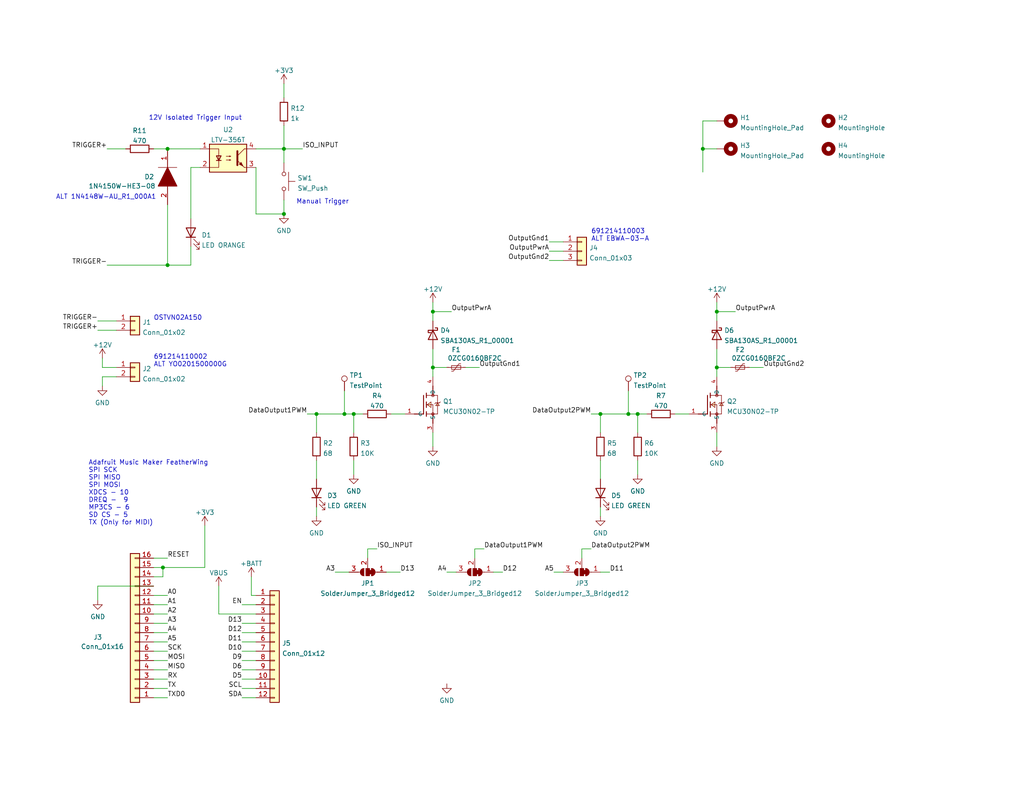
<source format=kicad_sch>
(kicad_sch (version 20211123) (generator eeschema)
  (paper "USLetter")
  (title_block (title "MiniSSO") (rev "1") (company "Department of Alchemy") (comment 1 "Designed by Jesse Peterson"))
  (lib_symbols
    (symbol "Connector:TestPoint" (pin_numbers hide) (pin_names (offset 0.762) hide)
      (property "Reference" "TP" (at 0 6.858 0))
      (property "Value" "TestPoint" (at 0 5.08 0))
      (symbol "TestPoint_0_1"
        (circle (center 0 3.302) (radius 0.762))
      )
      (symbol "TestPoint_1_1"
        (pin passive line (at 0 0 90) (length 2.54) (name "1") (number "1"))
      )
    )
    (symbol "Connector_Generic:Conn_01x02" (pin_names (offset 1.016) hide)
      (property "Reference" "J" (at 0 2.54 0))
      (property "Value" "Conn_01x02" (at 0 -5.08 0))
      (symbol "Conn_01x02_1_1"
        (rectangle (start -1.27 -2.413) (end 0 -2.667) (stroke (width 0.1524)))
        (rectangle (start -1.27 0.127) (end 0 -0.127) (stroke (width 0.1524)))
        (rectangle (start -1.27 1.27) (end 1.27 -3.81) (stroke (width 0.254)) (fill (type background)))
        (pin passive line (at -5.08 0 0) (length 3.81) (name "Pin_1") (number "1"))
        (pin passive line (at -5.08 -2.54 0) (length 3.81) (name "Pin_2") (number "2"))
      )
    )
    (symbol "Connector_Generic:Conn_01x03" (pin_names (offset 1.016) hide)
      (property "Reference" "J" (at 0 5.08 0))
      (property "Value" "Conn_01x03" (at 0 -5.08 0))
      (symbol "Conn_01x03_1_1"
        (rectangle (start -1.27 -2.413) (end 0 -2.667) (stroke (width 0.1524)))
        (rectangle (start -1.27 0.127) (end 0 -0.127) (stroke (width 0.1524)))
        (rectangle (start -1.27 2.667) (end 0 2.413) (stroke (width 0.1524)))
        (rectangle (start -1.27 3.81) (end 1.27 -3.81) (stroke (width 0.254)) (fill (type background)))
        (pin passive line (at -5.08 2.54 0) (length 3.81) (name "Pin_1") (number "1"))
        (pin passive line (at -5.08 0 0) (length 3.81) (name "Pin_2") (number "2"))
        (pin passive line (at -5.08 -2.54 0) (length 3.81) (name "Pin_3") (number "3"))
      )
    )
    (symbol "Connector_Generic:Conn_01x12" (pin_names (offset 1.016) hide)
      (property "Reference" "J" (at 0 15.24 0))
      (property "Value" "Conn_01x12" (at 0 -17.78 0))
      (symbol "Conn_01x12_1_1"
        (rectangle (start -1.27 -15.113) (end 0 -15.367) (stroke (width 0.1524)))
        (rectangle (start -1.27 -12.573) (end 0 -12.827) (stroke (width 0.1524)))
        (rectangle (start -1.27 -10.033) (end 0 -10.287) (stroke (width 0.1524)))
        (rectangle (start -1.27 -7.493) (end 0 -7.747) (stroke (width 0.1524)))
        (rectangle (start -1.27 -4.953) (end 0 -5.207) (stroke (width 0.1524)))
        (rectangle (start -1.27 -2.413) (end 0 -2.667) (stroke (width 0.1524)))
        (rectangle (start -1.27 0.127) (end 0 -0.127) (stroke (width 0.1524)))
        (rectangle (start -1.27 2.667) (end 0 2.413) (stroke (width 0.1524)))
        (rectangle (start -1.27 5.207) (end 0 4.953) (stroke (width 0.1524)))
        (rectangle (start -1.27 7.747) (end 0 7.493) (stroke (width 0.1524)))
        (rectangle (start -1.27 10.287) (end 0 10.033) (stroke (width 0.1524)))
        (rectangle (start -1.27 12.827) (end 0 12.573) (stroke (width 0.1524)))
        (rectangle (start -1.27 13.97) (end 1.27 -16.51) (stroke (width 0.254)) (fill (type background)))
        (pin passive line (at -5.08 12.7 0) (length 3.81) (name "Pin_1") (number "1"))
        (pin passive line (at -5.08 -10.16 0) (length 3.81) (name "Pin_10") (number "10"))
        (pin passive line (at -5.08 -12.7 0) (length 3.81) (name "Pin_11") (number "11"))
        (pin passive line (at -5.08 -15.24 0) (length 3.81) (name "Pin_12") (number "12"))
        (pin passive line (at -5.08 10.16 0) (length 3.81) (name "Pin_2") (number "2"))
        (pin passive line (at -5.08 7.62 0) (length 3.81) (name "Pin_3") (number "3"))
        (pin passive line (at -5.08 5.08 0) (length 3.81) (name "Pin_4") (number "4"))
        (pin passive line (at -5.08 2.54 0) (length 3.81) (name "Pin_5") (number "5"))
        (pin passive line (at -5.08 0 0) (length 3.81) (name "Pin_6") (number "6"))
        (pin passive line (at -5.08 -2.54 0) (length 3.81) (name "Pin_7") (number "7"))
        (pin passive line (at -5.08 -5.08 0) (length 3.81) (name "Pin_8") (number "8"))
        (pin passive line (at -5.08 -7.62 0) (length 3.81) (name "Pin_9") (number "9"))
      )
    )
    (symbol "Connector_Generic:Conn_01x16" (pin_names (offset 1.016) hide)
      (property "Reference" "J" (at 0 20.32 0))
      (property "Value" "Conn_01x16" (at 0 -22.86 0))
      (symbol "Conn_01x16_1_1"
        (rectangle (start -1.27 -20.193) (end 0 -20.447) (stroke (width 0.1524)))
        (rectangle (start -1.27 -17.653) (end 0 -17.907) (stroke (width 0.1524)))
        (rectangle (start -1.27 -15.113) (end 0 -15.367) (stroke (width 0.1524)))
        (rectangle (start -1.27 -12.573) (end 0 -12.827) (stroke (width 0.1524)))
        (rectangle (start -1.27 -10.033) (end 0 -10.287) (stroke (width 0.1524)))
        (rectangle (start -1.27 -7.493) (end 0 -7.747) (stroke (width 0.1524)))
        (rectangle (start -1.27 -4.953) (end 0 -5.207) (stroke (width 0.1524)))
        (rectangle (start -1.27 -2.413) (end 0 -2.667) (stroke (width 0.1524)))
        (rectangle (start -1.27 0.127) (end 0 -0.127) (stroke (width 0.1524)))
        (rectangle (start -1.27 2.667) (end 0 2.413) (stroke (width 0.1524)))
        (rectangle (start -1.27 5.207) (end 0 4.953) (stroke (width 0.1524)))
        (rectangle (start -1.27 7.747) (end 0 7.493) (stroke (width 0.1524)))
        (rectangle (start -1.27 10.287) (end 0 10.033) (stroke (width 0.1524)))
        (rectangle (start -1.27 12.827) (end 0 12.573) (stroke (width 0.1524)))
        (rectangle (start -1.27 15.367) (end 0 15.113) (stroke (width 0.1524)))
        (rectangle (start -1.27 17.907) (end 0 17.653) (stroke (width 0.1524)))
        (rectangle (start -1.27 19.05) (end 1.27 -21.59) (stroke (width 0.254)) (fill (type background)))
        (pin passive line (at -5.08 17.78 0) (length 3.81) (name "Pin_1") (number "1"))
        (pin passive line (at -5.08 -5.08 0) (length 3.81) (name "Pin_10") (number "10"))
        (pin passive line (at -5.08 -7.62 0) (length 3.81) (name "Pin_11") (number "11"))
        (pin passive line (at -5.08 -10.16 0) (length 3.81) (name "Pin_12") (number "12"))
        (pin passive line (at -5.08 -12.7 0) (length 3.81) (name "Pin_13") (number "13"))
        (pin passive line (at -5.08 -15.24 0) (length 3.81) (name "Pin_14") (number "14"))
        (pin passive line (at -5.08 -17.78 0) (length 3.81) (name "Pin_15") (number "15"))
        (pin passive line (at -5.08 -20.32 0) (length 3.81) (name "Pin_16") (number "16"))
        (pin passive line (at -5.08 15.24 0) (length 3.81) (name "Pin_2") (number "2"))
        (pin passive line (at -5.08 12.7 0) (length 3.81) (name "Pin_3") (number "3"))
        (pin passive line (at -5.08 10.16 0) (length 3.81) (name "Pin_4") (number "4"))
        (pin passive line (at -5.08 7.62 0) (length 3.81) (name "Pin_5") (number "5"))
        (pin passive line (at -5.08 5.08 0) (length 3.81) (name "Pin_6") (number "6"))
        (pin passive line (at -5.08 2.54 0) (length 3.81) (name "Pin_7") (number "7"))
        (pin passive line (at -5.08 0 0) (length 3.81) (name "Pin_8") (number "8"))
        (pin passive line (at -5.08 -2.54 0) (length 3.81) (name "Pin_9") (number "9"))
      )
    )
    (symbol "Device:D_Schottky" (pin_numbers hide) (pin_names (offset 1.016) hide)
      (property "Reference" "D" (at 0 2.54 0))
      (property "Value" "D_Schottky" (at 0 -2.54 0))
      (symbol "D_Schottky_0_1"
        (polyline (pts (xy 1.27 0) (xy -1.27 0)))
        (polyline (pts (xy 1.27 1.27) (xy 1.27 -1.27) (xy -1.27 0) (xy 1.27 1.27)) (stroke (width 0.254)))
        (polyline (pts (xy -1.905 0.635) (xy -1.905 1.27) (xy -1.27 1.27) (xy -1.27 -1.27) (xy -0.635 -1.27) (xy -0.635 -0.635)) (stroke (width 0.254)))
      )
      (symbol "D_Schottky_1_1"
        (pin passive line (at -3.81 0 0) (length 2.54) (name "K") (number "1"))
        (pin passive line (at 3.81 0 180) (length 2.54) (name "A") (number "2"))
      )
    )
    (symbol "Device:LED" (pin_numbers hide) (pin_names (offset 1.016) hide)
      (property "Reference" "D" (at 0 2.54 0))
      (property "Value" "LED" (at 0 -2.54 0))
      (symbol "LED_0_1"
        (polyline (pts (xy -1.27 -1.27) (xy -1.27 1.27)) (stroke (width 0.254)))
        (polyline (pts (xy -1.27 0) (xy 1.27 0)))
        (polyline (pts (xy 1.27 -1.27) (xy 1.27 1.27) (xy -1.27 0) (xy 1.27 -1.27)) (stroke (width 0.254)))
        (polyline (pts (xy -3.048 -0.762) (xy -4.572 -2.286) (xy -3.81 -2.286) (xy -4.572 -2.286) (xy -4.572 -1.524)))
        (polyline (pts (xy -1.778 -0.762) (xy -3.302 -2.286) (xy -2.54 -2.286) (xy -3.302 -2.286) (xy -3.302 -1.524)))
      )
      (symbol "LED_1_1"
        (pin passive line (at -3.81 0 0) (length 2.54) (name "K") (number "1"))
        (pin passive line (at 3.81 0 180) (length 2.54) (name "A") (number "2"))
      )
    )
    (symbol "Device:Polyfuse_Small" (pin_numbers hide) (pin_names (offset 0))
      (property "Reference" "F" (at -1.905 0 90))
      (property "Value" "Polyfuse_Small" (at 1.905 0 90))
      (symbol "Polyfuse_Small_0_1"
        (rectangle (start -0.508 1.27) (end 0.508 -1.27))
        (polyline (pts (xy 0 2.54) (xy 0 -2.54)))
        (polyline (pts (xy -1.016 1.27) (xy -1.016 0.762) (xy 1.016 -0.762) (xy 1.016 -1.27)))
      )
      (symbol "Polyfuse_Small_1_1"
        (pin passive line (at 0 2.54 270) (length 0.635) (name "~") (number "1"))
        (pin passive line (at 0 -2.54 90) (length 0.635) (name "~") (number "2"))
      )
    )
    (symbol "Device:R" (pin_numbers hide) (pin_names (offset 0))
      (property "Reference" "R" (at 2.032 0 90))
      (property "Value" "R" (at 0 0 90))
      (symbol "R_0_1"
        (rectangle (start -1.016 -2.54) (end 1.016 2.54) (stroke (width 0.254)))
      )
      (symbol "R_1_1"
        (pin passive line (at 0 3.81 270) (length 1.27) (name "~") (number "1"))
        (pin passive line (at 0 -3.81 90) (length 1.27) (name "~") (number "2"))
      )
    )
    (symbol "Isolator:LTV-356T" (pin_names (offset 1.016))
      (property "Reference" "U" (at -5.334 4.826 0))
      (property "Value" "LTV-356T" (at 0 5.08 0))
      (symbol "LTV-356T_0_1"
        (rectangle (start -5.08 3.81) (end 5.08 -3.81) (stroke (width 0.254)) (fill (type background)))
        (polyline (pts (xy -3.175 -0.635) (xy -1.905 -0.635)) (stroke (width 0.254)))
        (polyline (pts (xy 2.54 0.635) (xy 4.445 2.54)))
        (polyline (pts (xy 4.445 -2.54) (xy 2.54 -0.635)) (fill (type outline)))
        (polyline (pts (xy 4.445 -2.54) (xy 5.08 -2.54)))
        (polyline (pts (xy 4.445 2.54) (xy 5.08 2.54)))
        (polyline (pts (xy -5.08 2.54) (xy -2.54 2.54) (xy -2.54 -0.762)))
        (polyline (pts (xy -2.54 -0.635) (xy -2.54 -2.54) (xy -5.08 -2.54)))
        (polyline (pts (xy 2.54 1.905) (xy 2.54 -1.905) (xy 2.54 -1.905)) (stroke (width 0.508)))
        (polyline (pts (xy -2.54 -0.635) (xy -3.175 0.635) (xy -1.905 0.635) (xy -2.54 -0.635)) (stroke (width 0.254)))
        (polyline (pts (xy -0.508 -0.508) (xy 0.762 -0.508) (xy 0.381 -0.635) (xy 0.381 -0.381) (xy 0.762 -0.508)))
        (polyline (pts (xy -0.508 0.508) (xy 0.762 0.508) (xy 0.381 0.381) (xy 0.381 0.635) (xy 0.762 0.508)))
        (polyline (pts (xy 3.048 -1.651) (xy 3.556 -1.143) (xy 4.064 -2.159) (xy 3.048 -1.651) (xy 3.048 -1.651)) (fill (type outline)))
      )
      (symbol "LTV-356T_1_1"
        (pin passive line (at -7.62 2.54 0) (length 2.54) (name "~") (number "1"))
        (pin passive line (at -7.62 -2.54 0) (length 2.54) (name "~") (number "2"))
        (pin passive line (at 7.62 -2.54 180) (length 2.54) (name "~") (number "3"))
        (pin passive line (at 7.62 2.54 180) (length 2.54) (name "~") (number "4"))
      )
    )
    (symbol "Jumper:SolderJumper_3_Bridged12" (pin_names (offset 0) hide)
      (property "Reference" "JP" (at -2.54 -2.54 0))
      (property "Value" "SolderJumper_3_Bridged12" (at 0 2.794 0))
      (symbol "SolderJumper_3_Bridged12_0_1"
        (rectangle (start -1.016 0.508) (end -0.508 -0.508) (fill (type outline)))
        (arc (start -1.016 1.016) (mid -2.032 0) (end -1.016 -1.016))
        (arc (start -1.016 1.016) (mid -2.032 0) (end -1.016 -1.016) (fill (type outline)))
        (rectangle (start -0.508 1.016) (end 0.508 -1.016) (fill (type outline)))
        (polyline (pts (xy -2.54 0) (xy -2.032 0)))
        (polyline (pts (xy -1.016 1.016) (xy -1.016 -1.016)))
        (polyline (pts (xy 0 -1.27) (xy 0 -1.016)))
        (polyline (pts (xy 1.016 1.016) (xy 1.016 -1.016)))
        (polyline (pts (xy 2.54 0) (xy 2.032 0)))
        (arc (start 1.016 -1.016) (mid 2.032 0) (end 1.016 1.016))
        (arc (start 1.016 -1.016) (mid 2.032 0) (end 1.016 1.016) (fill (type outline)))
      )
      (symbol "SolderJumper_3_Bridged12_1_1"
        (pin passive line (at -5.08 0 0) (length 2.54) (name "A") (number "1"))
        (pin input line (at 0 -3.81 90) (length 2.54) (name "C") (number "2"))
        (pin passive line (at 5.08 0 180) (length 2.54) (name "B") (number "3"))
      )
    )
    (symbol "Mechanical:MountingHole" (pin_names (offset 1.016))
      (property "Reference" "H" (at 0 5.08 0))
      (property "Value" "MountingHole" (at 0 3.175 0))
      (symbol "MountingHole_0_1"
        (circle (center 0 0) (radius 1.27) (stroke (width 1.27)))
      )
    )
    (symbol "Mechanical:MountingHole_Pad" (pin_numbers hide) (pin_names (offset 1.016) hide)
      (property "Reference" "H" (at 0 6.35 0))
      (property "Value" "MountingHole_Pad" (at 0 4.445 0))
      (symbol "MountingHole_Pad_0_1"
        (circle (center 0 1.27) (radius 1.27) (stroke (width 1.27)))
      )
      (symbol "MountingHole_Pad_1_1"
        (pin input line (at 0 -2.54 90) (length 2.54) (name "1") (number "1"))
      )
    )
    (symbol "Switch:SW_Push" (pin_numbers hide) (pin_names (offset 1.016) hide)
      (property "Reference" "SW" (at 1.27 2.54 0))
      (property "Value" "SW_Push" (at 0 -1.524 0))
      (symbol "SW_Push_0_1"
        (circle (center -2.032 0) (radius 0.508))
        (polyline (pts (xy 0 1.27) (xy 0 3.048)))
        (polyline (pts (xy 2.54 1.27) (xy -2.54 1.27)))
        (circle (center 2.032 0) (radius 0.508))
        (pin passive line (at -5.08 0 0) (length 2.54) (name "1") (number "1"))
        (pin passive line (at 5.08 0 180) (length 2.54) (name "2") (number "2"))
      )
    )
    (symbol "doa-symbol-library:FQD13N06LTM" (pin_names (offset 1.016))
      (property "Reference" "Q" (at 6.35 0 0))
      (property "Value" "FQD13N06LTM" (at 6.35 -2.54 0))
      (symbol "FQD13N06LTM_0_0"
        (polyline (pts (xy -2.54 -2.54) (xy 0 -2.54)) (stroke (width 0.254)))
        (polyline (pts (xy 0 2.54) (xy 0 -2.54)) (stroke (width 0.254)))
        (polyline (pts (xy 0.762 -2.54) (xy 0.762 -3.175)) (stroke (width 0.254)))
        (polyline (pts (xy 0.762 -1.905) (xy 0.762 -2.54)) (stroke (width 0.254)))
        (polyline (pts (xy 0.762 0) (xy 0.762 -0.762)) (stroke (width 0.254)))
        (polyline (pts (xy 0.762 0) (xy 2.54 0)) (stroke (width 0.1524)))
        (polyline (pts (xy 0.762 0.762) (xy 0.762 0)) (stroke (width 0.254)))
        (polyline (pts (xy 0.762 2.54) (xy 0.762 1.905)) (stroke (width 0.254)))
        (polyline (pts (xy 0.762 2.54) (xy 2.54 2.54)) (stroke (width 0.1524)))
        (polyline (pts (xy 0.762 3.175) (xy 0.762 2.54)) (stroke (width 0.254)))
        (polyline (pts (xy 2.54 -2.54) (xy 0.762 -2.54)) (stroke (width 0.1524)))
        (polyline (pts (xy 2.54 -2.54) (xy 2.54 -5.08)) (stroke (width 0.254)))
        (polyline (pts (xy 2.54 -2.54) (xy 3.81 -2.54)) (stroke (width 0.1524)))
        (polyline (pts (xy 2.54 0) (xy 2.54 -2.54)) (stroke (width 0.1524)))
        (polyline (pts (xy 2.54 2.54) (xy 3.81 2.54)) (stroke (width 0.1524)))
        (polyline (pts (xy 2.54 5.08) (xy 2.54 2.54)) (stroke (width 0.254)))
        (polyline (pts (xy 3.302 0.508) (xy 3.048 0.254)) (stroke (width 0.1524)))
        (polyline (pts (xy 3.81 0.508) (xy 3.302 0.508)) (stroke (width 0.1524)))
        (polyline (pts (xy 3.81 0.508) (xy 3.81 -2.54)) (stroke (width 0.1524)))
        (polyline (pts (xy 3.81 2.54) (xy 3.81 0.508)) (stroke (width 0.1524)))
        (polyline (pts (xy 4.318 0.508) (xy 3.81 0.508)) (stroke (width 0.1524)))
        (polyline (pts (xy 4.572 0.762) (xy 4.318 0.508)) (stroke (width 0.1524)))
        (polyline (pts (xy 1.016 0) (xy 2.032 0.762) (xy 2.032 -0.762) (xy 1.016 0)) (stroke (width 0.1524)) (fill (type background)))
        (polyline (pts (xy 3.81 0.508) (xy 3.302 -0.254) (xy 4.318 -0.254) (xy 3.81 0.508)) (stroke (width 0.1524)) (fill (type background)))
        (circle (center 2.54 -2.54) (radius 0.3556))
        (circle (center 2.54 2.54) (radius 0.3556))
        (pin passive line (at -5.08 -2.54 0) (length 2.54) (name "G") (number "1"))
        (pin passive line (at 2.54 -7.62 90) (length 2.54) (name "S") (number "3"))
        (pin passive line (at 2.54 7.62 270) (length 2.54) (name "D") (number "4"))
      )
    )
    (symbol "doa-symbol-library:S1GTR" (pin_names (offset 0.762))
      (property "Reference" "D" (at 6.35 6.35 0))
      (property "Value" "S1GTR" (at 6.35 3.81 0))
      (symbol "S1GTR_0_0"
        (pin passive line (at 0 0 0) (length 5.08) (name "~") (number "1"))
        (pin passive line (at 15.24 0 180) (length 5.08) (name "~") (number "2"))
      )
      (symbol "S1GTR_0_1"
        (polyline (pts (xy 5.08 2.54) (xy 5.08 -2.54)) (stroke (width 0.1524)))
        (polyline (pts (xy 5.08 0) (xy 10.16 2.54) (xy 10.16 -2.54) (xy 5.08 0)) (stroke (width 0.254)) (fill (type outline)))
      )
    )
    (symbol "power:+12V" (power) (pin_names (offset 0))
      (property "Value" "+12V" (at 0 3.556 0))
      (symbol "+12V_0_1"
        (polyline (pts (xy -0.762 1.27) (xy 0 2.54)))
        (polyline (pts (xy 0 0) (xy 0 2.54)))
        (polyline (pts (xy 0 2.54) (xy 0.762 1.27)))
      )
      (symbol "+12V_1_1"
        (pin power_in line (at 0 0 90) (length 0) hide (name "+12V") (number "1"))
      )
    )
    (symbol "power:+3.3V" (power) (pin_names (offset 0))
      (property "Value" "+3.3V" (at 0 3.556 0))
      (symbol "+3.3V_0_1"
        (polyline (pts (xy -0.762 1.27) (xy 0 2.54)))
        (polyline (pts (xy 0 0) (xy 0 2.54)))
        (polyline (pts (xy 0 2.54) (xy 0.762 1.27)))
      )
      (symbol "+3.3V_1_1"
        (pin power_in line (at 0 0 90) (length 0) hide (name "+3V3") (number "1"))
      )
    )
    (symbol "power:+BATT" (power) (pin_names (offset 0))
      (property "Value" "+BATT" (at 0 3.556 0))
      (symbol "+BATT_0_1"
        (polyline (pts (xy -0.762 1.27) (xy 0 2.54)))
        (polyline (pts (xy 0 0) (xy 0 2.54)))
        (polyline (pts (xy 0 2.54) (xy 0.762 1.27)))
      )
      (symbol "+BATT_1_1"
        (pin power_in line (at 0 0 90) (length 0) hide (name "+BATT") (number "1"))
      )
    )
    (symbol "power:GND" (power) (pin_names (offset 0))
      (property "Value" "GND" (at 0 -3.81 0))
      (symbol "GND_0_1"
        (polyline (pts (xy 0 0) (xy 0 -1.27) (xy 1.27 -1.27) (xy 0 -2.54) (xy -1.27 -1.27) (xy 0 -1.27)))
      )
      (symbol "GND_1_1"
        (pin power_in line (at 0 0 270) (length 0) hide (name "GND") (number "1"))
      )
    )
    (symbol "power:VBUS" (power) (pin_names (offset 0))
      (property "Value" "VBUS" (at 0 3.81 0))
      (symbol "VBUS_0_1"
        (polyline (pts (xy -0.762 1.27) (xy 0 2.54)))
        (polyline (pts (xy 0 0) (xy 0 2.54)))
        (polyline (pts (xy 0 2.54) (xy 0.762 1.27)))
      )
      (symbol "VBUS_1_1"
        (pin power_in line (at 0 0 90) (length 0) hide (name "VBUS") (number "1"))
      )
    )
  )
  (junction (at 195.58 100.33))
  (junction (at 45.72 72.39))
  (junction (at 171.45 113.03))
  (junction (at 93.98 113.03))
  (junction (at 44.45 154.94))
  (junction (at 163.83 113.03))
  (junction (at 77.47 58.42))
  (junction (at 195.58 85.09))
  (junction (at 45.72 40.64))
  (junction (at 191.77 40.64))
  (junction (at 77.47 40.64))
  (junction (at 173.99 113.03))
  (junction (at 96.52 113.03))
  (junction (at 118.11 85.09))
  (junction (at 118.11 100.33))
  (junction (at 86.36 113.03))
  (wire (pts (xy 204.47 100.33) (xy 208.28 100.33)))
  (wire (pts (xy 86.36 140.97) (xy 86.36 138.43)))
  (wire (pts (xy 77.47 40.64) (xy 77.47 44.45)))
  (wire (pts (xy 69.85 167.64) (xy 59.69 167.64)))
  (wire (pts (xy 69.85 58.42) (xy 77.47 58.42)))
  (wire (pts (xy 96.52 125.73) (xy 96.52 129.54)))
  (wire (pts (xy 41.91 167.64) (xy 45.72 167.64)))
  (wire (pts (xy 69.85 162.56) (xy 68.58 162.56)))
  (wire (pts (xy 41.91 170.18) (xy 45.72 170.18)))
  (wire (pts (xy 31.75 100.33) (xy 27.94 100.33)))
  (wire (pts (xy 158.75 149.86) (xy 158.75 152.4)))
  (wire (pts (xy 195.58 95.25) (xy 195.58 100.33)))
  (wire (pts (xy 68.58 162.56) (xy 68.58 157.48)))
  (wire (pts (xy 127 100.33) (xy 130.81 100.33)))
  (wire (pts (xy 66.04 182.88) (xy 69.85 182.88)))
  (wire (pts (xy 52.07 72.39) (xy 45.72 72.39)))
  (wire (pts (xy 91.44 156.21) (xy 95.25 156.21)))
  (wire (pts (xy 41.91 177.8) (xy 45.72 177.8)))
  (wire (pts (xy 100.33 152.4) (xy 100.33 149.86)))
  (wire (pts (xy 106.68 113.03) (xy 110.49 113.03)))
  (wire (pts (xy 173.99 125.73) (xy 173.99 129.54)))
  (wire (pts (xy 52.07 45.72) (xy 52.07 59.69)))
  (wire (pts (xy 96.52 113.03) (xy 96.52 118.11)))
  (wire (pts (xy 41.91 185.42) (xy 45.72 185.42)))
  (wire (pts (xy 171.45 106.68) (xy 171.45 113.03)))
  (wire (pts (xy 118.11 82.55) (xy 118.11 85.09)))
  (wire (pts (xy 86.36 125.73) (xy 86.36 130.81)))
  (wire (pts (xy 173.99 113.03) (xy 176.53 113.03)))
  (wire (pts (xy 132.08 149.86) (xy 129.54 149.86)))
  (wire (pts (xy 66.04 190.5) (xy 69.85 190.5)))
  (wire (pts (xy 66.04 180.34) (xy 69.85 180.34)))
  (wire (pts (xy 26.67 90.17) (xy 31.75 90.17)))
  (wire (pts (xy 118.11 100.33) (xy 121.92 100.33)))
  (wire (pts (xy 44.45 154.94) (xy 55.88 154.94)))
  (wire (pts (xy 195.58 100.33) (xy 195.58 102.87)))
  (wire (pts (xy 41.91 162.56) (xy 45.72 162.56)))
  (wire (pts (xy 45.72 55.88) (xy 45.72 72.39)))
  (wire (pts (xy 69.85 40.64) (xy 77.47 40.64)))
  (wire (pts (xy 118.11 100.33) (xy 118.11 102.87)))
  (wire (pts (xy 195.58 100.33) (xy 199.39 100.33)))
  (wire (pts (xy 118.11 85.09) (xy 118.11 87.63)))
  (wire (pts (xy 195.58 118.11) (xy 195.58 121.92)))
  (wire (pts (xy 26.67 160.02) (xy 26.67 163.83)))
  (wire (pts (xy 41.91 154.94) (xy 44.45 154.94)))
  (wire (pts (xy 149.86 66.04) (xy 153.67 66.04)))
  (wire (pts (xy 93.98 106.68) (xy 93.98 113.03)))
  (wire (pts (xy 134.62 156.21) (xy 137.16 156.21)))
  (wire (pts (xy 195.58 82.55) (xy 195.58 85.09)))
  (wire (pts (xy 173.99 113.03) (xy 173.99 118.11)))
  (wire (pts (xy 191.77 33.02) (xy 191.77 40.64)))
  (wire (pts (xy 118.11 118.11) (xy 118.11 121.92)))
  (wire (pts (xy 66.04 172.72) (xy 69.85 172.72)))
  (wire (pts (xy 77.47 40.64) (xy 82.55 40.64)))
  (wire (pts (xy 77.47 22.86) (xy 77.47 26.67)))
  (wire (pts (xy 129.54 149.86) (xy 129.54 152.4)))
  (wire (pts (xy 121.92 156.21) (xy 124.46 156.21)))
  (wire (pts (xy 27.94 102.87) (xy 27.94 105.41)))
  (wire (pts (xy 163.83 113.03) (xy 171.45 113.03)))
  (wire (pts (xy 86.36 118.11) (xy 86.36 113.03)))
  (wire (pts (xy 163.83 140.97) (xy 163.83 138.43)))
  (wire (pts (xy 161.29 149.86) (xy 158.75 149.86)))
  (wire (pts (xy 66.04 185.42) (xy 69.85 185.42)))
  (wire (pts (xy 41.91 165.1) (xy 45.72 165.1)))
  (wire (pts (xy 163.83 118.11) (xy 163.83 113.03)))
  (wire (pts (xy 69.85 45.72) (xy 69.85 58.42)))
  (wire (pts (xy 77.47 34.29) (xy 77.47 40.64)))
  (wire (pts (xy 52.07 67.31) (xy 52.07 72.39)))
  (wire (pts (xy 41.91 172.72) (xy 45.72 172.72)))
  (wire (pts (xy 191.77 40.64) (xy 195.58 40.64)))
  (wire (pts (xy 41.91 175.26) (xy 45.72 175.26)))
  (wire (pts (xy 161.29 113.03) (xy 163.83 113.03)))
  (wire (pts (xy 59.69 167.64) (xy 59.69 160.02)))
  (wire (pts (xy 66.04 165.1) (xy 69.85 165.1)))
  (wire (pts (xy 41.91 152.4) (xy 45.72 152.4)))
  (wire (pts (xy 41.91 182.88) (xy 45.72 182.88)))
  (wire (pts (xy 55.88 154.94) (xy 55.88 143.51)))
  (wire (pts (xy 86.36 113.03) (xy 93.98 113.03)))
  (wire (pts (xy 163.83 125.73) (xy 163.83 130.81)))
  (wire (pts (xy 27.94 100.33) (xy 27.94 97.79)))
  (wire (pts (xy 66.04 170.18) (xy 69.85 170.18)))
  (wire (pts (xy 100.33 149.86) (xy 102.87 149.86)))
  (wire (pts (xy 66.04 187.96) (xy 69.85 187.96)))
  (wire (pts (xy 105.41 156.21) (xy 109.22 156.21)))
  (wire (pts (xy 151.13 156.21) (xy 153.67 156.21)))
  (wire (pts (xy 96.52 113.03) (xy 99.06 113.03)))
  (wire (pts (xy 163.83 156.21) (xy 166.37 156.21)))
  (wire (pts (xy 26.67 87.63) (xy 31.75 87.63)))
  (wire (pts (xy 118.11 85.09) (xy 123.19 85.09)))
  (wire (pts (xy 44.45 157.48) (xy 44.45 154.94)))
  (wire (pts (xy 41.91 190.5) (xy 45.72 190.5)))
  (wire (pts (xy 29.21 40.64) (xy 34.29 40.64)))
  (wire (pts (xy 171.45 113.03) (xy 173.99 113.03)))
  (wire (pts (xy 195.58 85.09) (xy 200.66 85.09)))
  (wire (pts (xy 66.04 177.8) (xy 69.85 177.8)))
  (wire (pts (xy 195.58 33.02) (xy 191.77 33.02)))
  (wire (pts (xy 41.91 180.34) (xy 45.72 180.34)))
  (wire (pts (xy 184.15 113.03) (xy 187.96 113.03)))
  (wire (pts (xy 195.58 85.09) (xy 195.58 87.63)))
  (wire (pts (xy 41.91 187.96) (xy 45.72 187.96)))
  (wire (pts (xy 41.91 160.02) (xy 26.67 160.02)))
  (wire (pts (xy 45.72 72.39) (xy 29.21 72.39)))
  (wire (pts (xy 66.04 175.26) (xy 69.85 175.26)))
  (wire (pts (xy 77.47 54.61) (xy 77.47 58.42)))
  (wire (pts (xy 149.86 68.58) (xy 153.67 68.58)))
  (wire (pts (xy 41.91 157.48) (xy 44.45 157.48)))
  (wire (pts (xy 93.98 113.03) (xy 96.52 113.03)))
  (wire (pts (xy 118.11 95.25) (xy 118.11 100.33)))
  (wire (pts (xy 191.77 40.64) (xy 191.77 46.99)))
  (wire (pts (xy 149.86 71.12) (xy 153.67 71.12)))
  (wire (pts (xy 45.72 40.64) (xy 54.61 40.64)))
  (wire (pts (xy 41.91 40.64) (xy 45.72 40.64)))
  (wire (pts (xy 31.75 102.87) (xy 27.94 102.87)))
  (wire (pts (xy 83.82 113.03) (xy 86.36 113.03)))
  (wire (pts (xy 54.61 45.72) (xy 52.07 45.72)))
  (text "12V Isolated Trigger Input" (at 66.04 33.02 180) (effects (font (size 1.27 1.27)) (justify right bottom)))
  (text "691214110003\nALT EBWA-03-A" (at 161.29 66.04 0) (effects (font (size 1.27 1.27)) (justify left bottom)))
  (text "Manual Trigger" (at 95.25 55.88 180) (effects (font (size 1.27 1.27)) (justify right bottom)))
  (text "Adafruit Music Maker FeatherWing\nSPI SCK\nSPI MISO\nSPI MOSI\nXDCS - 10\nDREQ -  9\nMP3CS - 6\nSD CS - 5\nTX (Only for MIDI)" (at 24.13 143.51 0) (effects (font (size 1.27 1.27)) (justify left bottom)))
  (text "OSTVN02A150" (at 41.91 87.63 0) (effects (font (size 1.27 1.27)) (justify left bottom)))
  (text "691214110002\nALT YO0201500000G" (at 41.91 100.33 0) (effects (font (size 1.27 1.27)) (justify left bottom)))
  (text "ALT 1N4148W-AU_R1_000A1" (at 15.24 54.61 0) (effects (font (size 1.27 1.27)) (justify left bottom)))
  (label "DataOutput1PWM" (at 83.82 113.03 180))
  (label "ISO_INPUT" (at 82.55 40.64 0))
  (label "A1" (at 45.72 165.1 0))
  (label "TX" (at 45.72 187.96 0))
  (label "D9" (at 66.04 180.34 180))
  (label "MOSI" (at 45.72 180.34 0))
  (label "A0" (at 45.72 162.56 0))
  (label "SCL" (at 66.04 187.96 180))
  (label "D13" (at 109.22 156.21 0))
  (label "TRIGGER+" (at 29.21 40.64 180))
  (label "TRIGGER-" (at 26.67 87.63 180))
  (label "TXD0" (at 45.72 190.5 0))
  (label "TRIGGER+" (at 26.67 90.17 180))
  (label "D5" (at 66.04 185.42 180))
  (label "D11" (at 166.37 156.21 0))
  (label "A4" (at 45.72 172.72 0))
  (label "A5" (at 45.72 175.26 0))
  (label "D11" (at 66.04 175.26 180))
  (label "DataOutput1PWM" (at 132.08 149.86 0))
  (label "TRIGGER-" (at 29.21 72.39 180))
  (label "RX" (at 45.72 185.42 0))
  (label "D6" (at 66.04 182.88 180))
  (label "DataOutput2PWM" (at 161.29 149.86 0))
  (label "OutputGnd2" (at 208.28 100.33 0))
  (label "OutputPwrA" (at 149.86 68.58 180))
  (label "A3" (at 91.44 156.21 180))
  (label "OutputPwrA" (at 123.19 85.09 0))
  (label "SCK" (at 45.72 177.8 0))
  (label "OutputGnd2" (at 149.86 71.12 180))
  (label "SDA" (at 66.04 190.5 180))
  (label "EN" (at 66.04 165.1 180))
  (label "D12" (at 137.16 156.21 0))
  (label "MISO" (at 45.72 182.88 0))
  (label "OutputGnd1" (at 149.86 66.04 180))
  (label "ISO_INPUT" (at 102.87 149.86 0))
  (label "A5" (at 151.13 156.21 180))
  (label "A2" (at 45.72 167.64 0))
  (label "D13" (at 66.04 170.18 180))
  (label "RESET" (at 45.72 152.4 0))
  (label "A3" (at 45.72 170.18 0))
  (label "D10" (at 66.04 177.8 180))
  (label "OutputPwrA" (at 200.66 85.09 0))
  (label "OutputGnd1" (at 130.81 100.33 0))
  (label "D12" (at 66.04 172.72 180))
  (label "A4" (at 121.92 156.21 180))
  (label "DataOutput2PWM" (at 161.29 113.03 180))
  (symbol (lib_id "power:GND") (at 163.83 140.97 0) (unit 1)
    (property "Reference" "#PWR0114" (effects hide))
    (property "Value" "GND" (at 163.83 145.5325 0))
  )
  (symbol (lib_id "power:GND") (at 118.11 121.92 0) (unit 1)
    (property "Reference" "#PWR0110" (effects hide))
    (property "Value" "GND" (at 118.11 126.4825 0))
  )
  (symbol (lib_id "Mechanical:MountingHole") (at 226.06 40.64 0) (unit 1)
    (property "Reference" "H4" (at 228.6 39.7315 0) (effects (justify left)))
    (property "Value" "MountingHole" (at 228.6 42.5066 0) (effects (justify left)))
    (property "Footprint" "MountingHole:MountingHole_2.7mm_M2.5_ISO14580" (effects hide))
  )
  (symbol (lib_id "Device:D_Schottky") (at 118.11 91.44 270) (unit 1)
    (property "Reference" "D4" (at 120.142 90.214 90) (effects (justify left)))
    (property "Value" "SBA130AS_R1_00001" (at 120.142 92.9891 90) (effects (justify left)))
    (property "Footprint" "Diode_SMD:D_SOD-123" (effects hide))
  )
  (symbol (lib_id "Connector_Generic:Conn_01x12") (at 74.93 175.26 0) (unit 1)
    (property "Reference" "J5" (at 76.962 175.6215 0) (effects (justify left)))
    (property "Value" "Conn_01x12" (at 76.962 178.3966 0) (effects (justify left)))
    (property "Footprint" "doa-footprint-library:PinHeaderPlain_1x12_P2.54mm_Vertical" (effects hide))
  )
  (symbol (lib_id "Device:R") (at 102.87 113.03 90) (unit 1)
    (property "Reference" "R4" (at 102.87 108.0475 90))
    (property "Value" "470" (at 102.87 110.8226 90))
    (property "Footprint" "Resistor_SMD:R_0603_1608Metric" (effects hide))
  )
  (symbol (lib_id "power:+12V") (at 27.94 97.79 0) (unit 1)
    (property "Reference" "#PWR0108" (effects hide))
    (property "Value" "+12V" (at 27.94 94.1855 0))
  )
  (symbol (lib_id "power:GND") (at 195.58 121.92 0) (unit 1)
    (property "Reference" "#PWR0115" (effects hide))
    (property "Value" "GND" (at 195.58 126.4825 0))
  )
  (symbol (lib_id "power:+BATT") (at 68.58 157.48 0) (unit 1)
    (property "Reference" "#PWR0106" (effects hide))
    (property "Value" "+BATT" (at 68.58 153.8755 0))
  )
  (symbol (lib_id "doa-symbol-library:FQD13N06LTM") (at 115.57 110.49 0) (unit 1)
    (property "Reference" "Q1" (at 120.8532 109.5815 0) (effects (justify left)))
    (property "Value" "MCU30N02-TP" (at 120.8532 112.3566 0) (effects (justify left)))
    (property "Footprint" "doa-footprint-library:TO229P991X239-3N" (effects hide))
    (property "MANUFACTURER" "Fairchild Semiconductor" (effects hide))
  )
  (symbol (lib_id "Device:R") (at 163.83 121.92 0) (unit 1)
    (property "Reference" "R5" (at 165.608 121.0115 0) (effects (justify left)))
    (property "Value" "68" (at 165.608 123.7866 0) (effects (justify left)))
    (property "Footprint" "Resistor_SMD:R_0603_1608Metric" (effects hide))
  )
  (symbol (lib_id "Device:R") (at 173.99 121.92 0) (unit 1)
    (property "Reference" "R6" (at 175.768 121.0115 0) (effects (justify left)))
    (property "Value" "10K" (at 175.768 123.7866 0) (effects (justify left)))
    (property "Footprint" "Resistor_SMD:R_0603_1608Metric" (effects hide))
  )
  (symbol (lib_id "power:GND") (at 86.36 140.97 0) (unit 1)
    (property "Reference" "#PWR0113" (effects hide))
    (property "Value" "GND" (at 86.36 145.5325 0))
  )
  (symbol (lib_id "power:+12V") (at 118.11 82.55 0) (unit 1)
    (property "Reference" "#PWR0111" (effects hide))
    (property "Value" "+12V" (at 118.11 78.9455 0))
  )
  (symbol (lib_id "Device:Polyfuse_Small") (at 124.46 100.33 90) (unit 1)
    (property "Reference" "F1" (at 124.46 95.4745 90))
    (property "Value" "0ZCG0160BF2C" (at 129.54 97.79 90))
    (property "Footprint" "Fuse:Fuse_1812_4532Metric" (effects hide))
  )
  (symbol (lib_id "Device:R") (at 86.36 121.92 0) (unit 1)
    (property "Reference" "R2" (at 88.138 121.0115 0) (effects (justify left)))
    (property "Value" "68" (at 88.138 123.7866 0) (effects (justify left)))
    (property "Footprint" "Resistor_SMD:R_0603_1608Metric" (effects hide))
  )
  (symbol (lib_id "Device:R") (at 38.1 40.64 90) (unit 1)
    (property "Reference" "R11" (at 38.1 35.6575 90))
    (property "Value" "470" (at 38.1 38.4326 90))
    (property "Footprint" "Resistor_SMD:R_0603_1608Metric" (effects hide))
  )
  (symbol (lib_id "Jumper:SolderJumper_3_Bridged12") (at 129.54 156.21 180) (unit 1)
    (property "Reference" "JP2" (at 129.54 159.2485 0))
    (property "Value" "SolderJumper_3_Bridged12" (at 129.54 162.0236 0))
    (property "Footprint" "Jumper:SolderJumper-3_P1.3mm_Bridged12_RoundedPad1.0x1.5mm" (effects hide))
  )
  (symbol (lib_id "power:GND") (at 121.92 186.69 0) (unit 1)
    (property "Reference" "#PWR0101" (effects hide))
    (property "Value" "GND" (at 121.92 191.2525 0))
  )
  (symbol (lib_id "power:GND") (at 96.52 129.54 0) (unit 1)
    (property "Reference" "#PWR0112" (effects hide))
    (property "Value" "GND" (at 96.52 134.1025 0))
  )
  (symbol (lib_id "doa-symbol-library:S1GTR") (at 45.72 40.64 270) (unit 1)
    (property "Reference" "D2" (at 39.37 48.26 90) (effects (justify left)))
    (property "Value" "1N4150W-HE3-08" (at 24.13 50.8 90) (effects (justify left)))
    (property "Footprint" "Diode_SMD:D_SOD-123" (effects hide))
    (property "Datasheet" "https://www.digikey.com/product-detail/en/smc-diode-solutions/S1GTR/1655-1504-1-ND/6022949" (effects hide))
    (property "Description" "Diode Standard 400V 1A Surface Mount SMA (DO-214AC)" (effects hide))
    (property "Height" "2.95" (effects hide))
    (property "Manufacturer_Name" "SMC Diode Solutions" (effects hide))
    (property "Manufacturer_Part_Number" "S1GTR" (effects hide))
  )
  (symbol (lib_id "Device:Polyfuse_Small") (at 201.93 100.33 90) (unit 1)
    (property "Reference" "F2" (at 201.93 95.4745 90))
    (property "Value" "0ZCG0160BF2C" (at 207.01 97.79 90))
    (property "Footprint" "Fuse:Fuse_1812_4532Metric" (effects hide))
  )
  (symbol (lib_id "power:GND") (at 77.47 58.42 0) (unit 1)
    (property "Reference" "#PWR0104" (effects hide))
    (property "Value" "GND" (at 77.47 62.9825 0))
  )
  (symbol (lib_id "power:+12V") (at 195.58 82.55 0) (unit 1)
    (property "Reference" "#PWR0116" (effects hide))
    (property "Value" "+12V" (at 195.58 78.9455 0))
  )
  (symbol (lib_id "Device:LED") (at 163.83 134.62 90) (unit 1)
    (property "Reference" "D5" (at 166.751 135.299 90) (effects (justify right)))
    (property "Value" "LED GREEN" (at 166.751 138.0741 90) (effects (justify right)))
    (property "Footprint" "LED_SMD:LED_0603_1608Metric" (effects hide))
  )
  (symbol (lib_id "power:GND") (at 26.67 163.83 0) (unit 1)
    (property "Reference" "#PWR0102" (effects hide))
    (property "Value" "GND" (at 26.67 168.3925 0))
  )
  (symbol (lib_id "Connector_Generic:Conn_01x02") (at 36.83 87.63 0) (unit 1)
    (property "Reference" "J1" (at 38.862 87.9915 0) (effects (justify left)))
    (property "Value" "Conn_01x02" (at 38.862 90.7666 0) (effects (justify left)))
    (property "Footprint" "doa-footprint-library:OSTVN02A150" (effects hide))
  )
  (symbol (lib_id "power:GND") (at 27.94 105.41 0) (unit 1)
    (property "Reference" "#PWR0109" (effects hide))
    (property "Value" "GND" (at 27.94 109.9725 0))
  )
  (symbol (lib_id "Connector:TestPoint") (at 171.45 106.68 0) (unit 1)
    (property "Reference" "TP2" (at 172.847 102.4695 0) (effects (justify left)))
    (property "Value" "TestPoint" (at 172.847 105.2446 0) (effects (justify left)))
    (property "Footprint" "TestPoint:TestPoint_Pad_D2.5mm" (effects hide))
  )
  (symbol (lib_id "Jumper:SolderJumper_3_Bridged12") (at 100.33 156.21 180) (unit 1)
    (property "Reference" "JP1" (at 100.33 159.2485 0))
    (property "Value" "SolderJumper_3_Bridged12" (at 100.33 162.0236 0))
    (property "Footprint" "Jumper:SolderJumper-3_P1.3mm_Bridged12_RoundedPad1.0x1.5mm" (effects hide))
  )
  (symbol (lib_id "Connector_Generic:Conn_01x02") (at 36.83 100.33 0) (unit 1)
    (property "Reference" "J2" (at 38.862 100.6915 0) (effects (justify left)))
    (property "Value" "Conn_01x02" (at 38.862 103.4666 0) (effects (justify left)))
    (property "Footprint" "doa-footprint-library:691214110002" (effects hide))
  )
  (symbol (lib_id "Mechanical:MountingHole_Pad") (at 198.12 33.02 270) (unit 1)
    (property "Reference" "H1" (at 201.93 32.1115 90) (effects (justify left)))
    (property "Value" "MountingHole_Pad" (at 201.93 34.8866 90) (effects (justify left)))
    (property "Footprint" "MountingHole:MountingHole_2.7mm_M2.5_ISO14580_Pad" (effects hide))
  )
  (symbol (lib_id "power:VBUS") (at 59.69 160.02 0) (unit 1)
    (property "Reference" "#PWR0107" (effects hide))
    (property "Value" "VBUS" (at 59.69 156.4155 0))
  )
  (symbol (lib_id "Mechanical:MountingHole_Pad") (at 198.12 40.64 270) (unit 1)
    (property "Reference" "H3" (at 201.93 39.7315 90) (effects (justify left)))
    (property "Value" "MountingHole_Pad" (at 201.93 42.5066 90) (effects (justify left)))
    (property "Footprint" "MountingHole:MountingHole_2.7mm_M2.5_ISO14580_Pad" (effects hide))
  )
  (symbol (lib_id "Device:D_Schottky") (at 195.58 91.44 270) (unit 1)
    (property "Reference" "D6" (at 197.612 90.214 90) (effects (justify left)))
    (property "Value" "SBA130AS_R1_00001" (at 197.612 92.9891 90) (effects (justify left)))
    (property "Footprint" "Diode_SMD:D_SOD-123" (effects hide))
  )
  (symbol (lib_id "Isolator:LTV-356T") (at 62.23 43.18 0) (unit 1)
    (property "Reference" "U2" (at 62.23 35.4035 0))
    (property "Value" "LTV-356T" (at 62.23 38.1786 0))
    (property "Footprint" "Package_SO:SO-4_4.4x3.6mm_P2.54mm" (effects hide))
    (property "Datasheet" "http://optoelectronics.liteon.com/upload/download/DS70-2001-010/S_110_LTV-356T%2020140520.pdf" (effects hide))
  )
  (symbol (lib_id "Connector:TestPoint") (at 93.98 106.68 0) (unit 1)
    (property "Reference" "TP1" (at 95.377 102.4695 0) (effects (justify left)))
    (property "Value" "TestPoint" (at 95.377 105.2446 0) (effects (justify left)))
    (property "Footprint" "TestPoint:TestPoint_Pad_D2.5mm" (effects hide))
  )
  (symbol (lib_id "Jumper:SolderJumper_3_Bridged12") (at 158.75 156.21 180) (unit 1)
    (property "Reference" "JP3" (at 158.75 159.2485 0))
    (property "Value" "SolderJumper_3_Bridged12" (at 158.75 162.0236 0))
    (property "Footprint" "Jumper:SolderJumper-3_P1.3mm_Bridged12_RoundedPad1.0x1.5mm" (effects hide))
  )
  (symbol (lib_id "power:GND") (at 173.99 129.54 0) (unit 1)
    (property "Reference" "#PWR0117" (effects hide))
    (property "Value" "GND" (at 173.99 134.1025 0))
  )
  (symbol (lib_id "doa-symbol-library:FQD13N06LTM") (at 193.04 110.49 0) (unit 1)
    (property "Reference" "Q2" (at 198.3232 109.5815 0) (effects (justify left)))
    (property "Value" "MCU30N02-TP" (at 198.3232 112.3566 0) (effects (justify left)))
    (property "Footprint" "doa-footprint-library:TO229P991X239-3N" (effects hide))
    (property "MANUFACTURER" "Fairchild Semiconductor" (effects hide))
  )
  (symbol (lib_id "Connector_Generic:Conn_01x03") (at 158.75 68.58 0) (unit 1)
    (property "Reference" "J4" (at 160.782 67.6715 0) (effects (justify left)))
    (property "Value" "Conn_01x03" (at 160.782 70.4466 0) (effects (justify left)))
    (property "Footprint" "doa-footprint-library:691214110003" (effects hide))
  )
  (symbol (lib_id "Switch:SW_Push") (at 77.47 49.53 270) (unit 1)
    (property "Reference" "SW1" (at 81.153 48.6215 90) (effects (justify left)))
    (property "Value" "SW_Push" (at 81.153 51.3966 90) (effects (justify left)))
    (property "Footprint" "Button_Switch_SMD:SW_Push_1P1T_NO_CK_KMR2" (effects hide))
  )
  (symbol (lib_id "Device:LED") (at 86.36 134.62 90) (unit 1)
    (property "Reference" "D3" (at 89.281 135.299 90) (effects (justify right)))
    (property "Value" "LED GREEN" (at 89.281 138.0741 90) (effects (justify right)))
    (property "Footprint" "LED_SMD:LED_0603_1608Metric" (effects hide))
  )
  (symbol (lib_id "power:+3.3V") (at 77.47 22.86 0) (unit 1)
    (property "Reference" "#PWR0103" (effects hide))
    (property "Value" "+3.3V" (at 77.47 19.2555 0))
  )
  (symbol (lib_id "Device:R") (at 77.47 30.48 0) (unit 1)
    (property "Reference" "R12" (at 79.248 29.5715 0) (effects (justify left)))
    (property "Value" "1k" (at 79.248 32.3466 0) (effects (justify left)))
    (property "Footprint" "Resistor_SMD:R_0603_1608Metric" (effects hide))
  )
  (symbol (lib_id "Device:LED") (at 52.07 63.5 90) (unit 1)
    (property "Reference" "D1" (at 54.991 64.179 90) (effects (justify right)))
    (property "Value" "LED ORANGE" (at 54.991 66.9541 90) (effects (justify right)))
    (property "Footprint" "LED_SMD:LED_0603_1608Metric" (effects hide))
  )
  (symbol (lib_id "power:+3.3V") (at 55.88 143.51 0) (unit 1)
    (property "Reference" "#PWR0105" (effects hide))
    (property "Value" "+3.3V" (at 55.88 139.9055 0))
  )
  (symbol (lib_id "Connector_Generic:Conn_01x16") (at 36.83 172.72 180) (unit 1)
    (property "Reference" "J3" (at 26.67 173.99 0))
    (property "Value" "Conn_01x16" (at 27.94 176.53 0))
    (property "Footprint" "doa-footprint-library:PinHeaderPlain_1x16_P2.54mm_Vertical" (effects hide))
  )
  (symbol (lib_id "Device:R") (at 96.52 121.92 0) (unit 1)
    (property "Reference" "R3" (at 98.298 121.0115 0) (effects (justify left)))
    (property "Value" "10K" (at 98.298 123.7866 0) (effects (justify left)))
    (property "Footprint" "Resistor_SMD:R_0603_1608Metric" (effects hide))
  )
  (symbol (lib_id "Mechanical:MountingHole") (at 226.06 33.02 0) (unit 1)
    (property "Reference" "H2" (at 228.6 32.1115 0) (effects (justify left)))
    (property "Value" "MountingHole" (at 228.6 34.8866 0) (effects (justify left)))
    (property "Footprint" "MountingHole:MountingHole_2.7mm_M2.5_ISO14580" (effects hide))
  )
  (symbol (lib_id "Device:R") (at 180.34 113.03 90) (unit 1)
    (property "Reference" "R7" (at 180.34 108.0475 90))
    (property "Value" "470" (at 180.34 110.8226 90))
    (property "Footprint" "Resistor_SMD:R_0603_1608Metric" (effects hide))
  )
)
</source>
